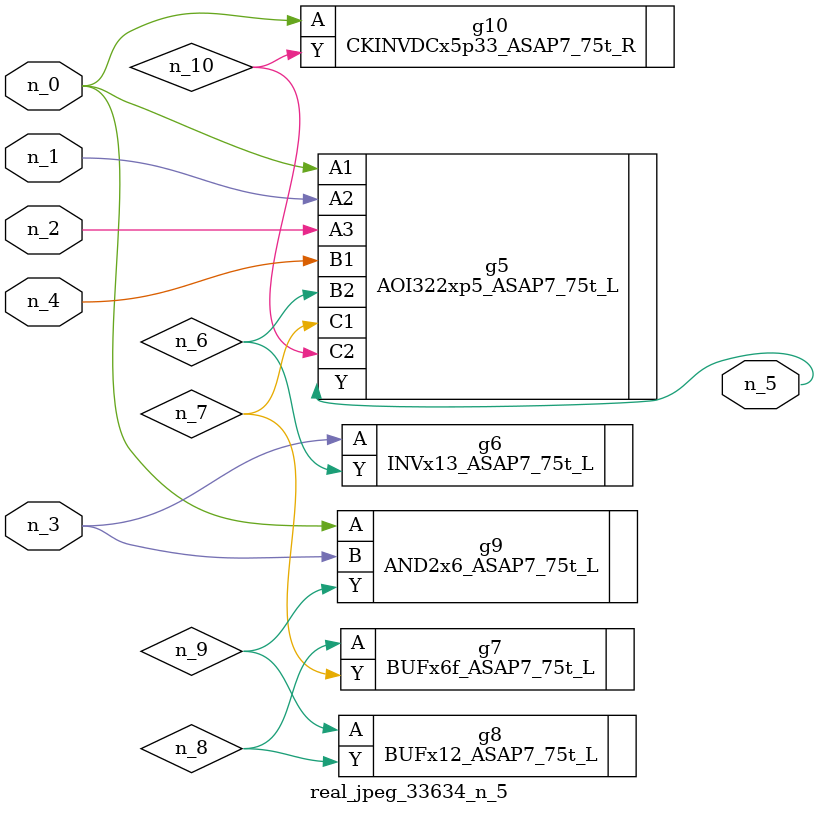
<source format=v>
module real_jpeg_33634_n_5 (n_4, n_0, n_1, n_2, n_3, n_5);

input n_4;
input n_0;
input n_1;
input n_2;
input n_3;

output n_5;

wire n_8;
wire n_6;
wire n_7;
wire n_10;
wire n_9;

AOI322xp5_ASAP7_75t_L g5 ( 
.A1(n_0),
.A2(n_1),
.A3(n_2),
.B1(n_4),
.B2(n_6),
.C1(n_7),
.C2(n_10),
.Y(n_5)
);

AND2x6_ASAP7_75t_L g9 ( 
.A(n_0),
.B(n_3),
.Y(n_9)
);

CKINVDCx5p33_ASAP7_75t_R g10 ( 
.A(n_0),
.Y(n_10)
);

INVx13_ASAP7_75t_L g6 ( 
.A(n_3),
.Y(n_6)
);

BUFx6f_ASAP7_75t_L g7 ( 
.A(n_8),
.Y(n_7)
);

BUFx12_ASAP7_75t_L g8 ( 
.A(n_9),
.Y(n_8)
);


endmodule
</source>
